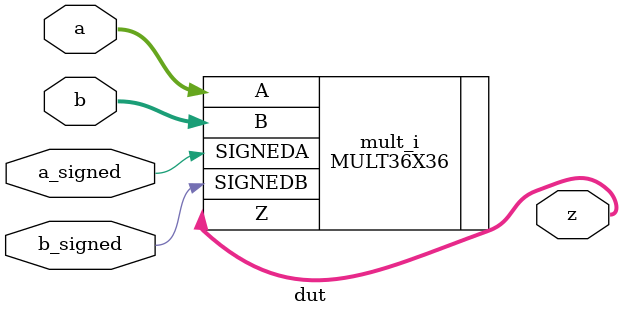
<source format=v>
module dut(
	input a_signed, b_signed,
	input [35:0] a,
	input [35:0] b,
	output [71:0] z
);

	MULT36X36 #(
		.REGINPUTA("BYPASS"),
		.REGINPUTB("BYPASS"),
		.REGOUTPUT("BYPASS"),
		.GSR("DISABLED")
	) mult_i (
		.A(a),
		.B(b),
		.SIGNEDA(a_signed),
		.SIGNEDB(b_signed),
		.Z(z)
	);

endmodule

</source>
